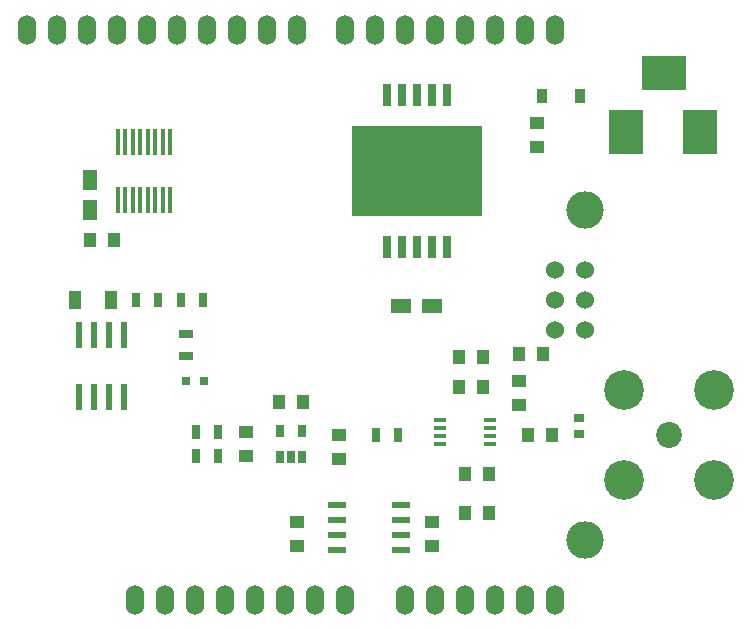
<source format=gbr>
G04 #@! TF.FileFunction,Soldermask,Top*
%FSLAX46Y46*%
G04 Gerber Fmt 4.6, Leading zero omitted, Abs format (unit mm)*
G04 Created by KiCad (PCBNEW 4.80~20160915-) date Sat Nov  5 18:07:46 2016*
%MOMM*%
%LPD*%
G01*
G04 APERTURE LIST*
%ADD10C,0.100000*%
%ADD11C,1.524000*%
%ADD12O,1.524000X2.540000*%
%ADD13C,3.175000*%
%ADD14R,1.250000X1.000000*%
%ADD15R,0.419100X2.200000*%
%ADD16R,1.800000X1.230000*%
%ADD17R,1.000000X1.250000*%
%ADD18R,1.230000X1.800000*%
%ADD19R,3.000000X3.700000*%
%ADD20R,3.700000X3.000000*%
%ADD21R,0.910000X1.220000*%
%ADD22R,0.899160X0.698500*%
%ADD23C,2.190000*%
%ADD24C,3.360000*%
%ADD25R,0.797560X1.198880*%
%ADD26R,11.000000X7.600000*%
%ADD27R,0.730000X1.950000*%
%ADD28R,1.100000X0.400000*%
%ADD29R,0.599440X2.199640*%
%ADD30R,0.800000X0.750000*%
%ADD31R,1.000000X1.600000*%
%ADD32R,1.300000X0.700000*%
%ADD33R,0.700000X1.300000*%
%ADD34R,1.550000X0.600000*%
%ADD35R,0.650000X1.060000*%
G04 APERTURE END LIST*
D10*
D11*
X168910000Y-101346000D03*
X166370000Y-101346000D03*
X168910000Y-98806000D03*
X166370000Y-98806000D03*
X168910000Y-96266000D03*
X166370000Y-96266000D03*
D12*
X130810000Y-124206000D03*
X133350000Y-124206000D03*
X121666000Y-75946000D03*
X124206000Y-75946000D03*
D13*
X168910000Y-91186000D03*
X168910000Y-119126000D03*
D12*
X140970000Y-124206000D03*
X126746000Y-75946000D03*
X129286000Y-75946000D03*
X131826000Y-75946000D03*
X134366000Y-75946000D03*
X136906000Y-75946000D03*
X139446000Y-75946000D03*
X141986000Y-75946000D03*
X144526000Y-75946000D03*
X148590000Y-75946000D03*
X151130000Y-75946000D03*
X153670000Y-75946000D03*
X156210000Y-75946000D03*
X158750000Y-75946000D03*
X161290000Y-75946000D03*
X163830000Y-75946000D03*
X166370000Y-75946000D03*
X135890000Y-124206000D03*
X138430000Y-124206000D03*
X143510000Y-124206000D03*
X146050000Y-124206000D03*
X148590000Y-124206000D03*
X158750000Y-124206000D03*
X156210000Y-124206000D03*
X153670000Y-124206000D03*
X161290000Y-124206000D03*
X163830000Y-124206000D03*
X166370000Y-124206000D03*
D14*
X163322000Y-105680000D03*
X163322000Y-107680000D03*
D15*
X133794500Y-90360500D03*
X133794500Y-85407500D03*
X133159500Y-90360500D03*
X133159500Y-85407500D03*
X132524500Y-90360500D03*
X132524500Y-85407500D03*
X131889500Y-90360500D03*
X131889500Y-85407500D03*
X131254500Y-90360500D03*
X131254500Y-85407500D03*
X130619500Y-90360500D03*
X130619500Y-85407500D03*
X129984500Y-90360500D03*
X129984500Y-85407500D03*
X129349500Y-90360500D03*
X129349500Y-85407500D03*
D14*
X164846000Y-85836000D03*
X164846000Y-83836000D03*
D16*
X153376000Y-99314000D03*
X155996000Y-99314000D03*
D17*
X163338000Y-103378000D03*
X165338000Y-103378000D03*
X166100000Y-110236000D03*
X164100000Y-110236000D03*
X160258000Y-103632000D03*
X158258000Y-103632000D03*
X160258000Y-106172000D03*
X158258000Y-106172000D03*
X160766000Y-116840000D03*
X158766000Y-116840000D03*
X160766000Y-113538000D03*
X158766000Y-113538000D03*
X127016000Y-93726000D03*
X129016000Y-93726000D03*
D18*
X127000000Y-91226000D03*
X127000000Y-88606000D03*
D19*
X172382000Y-84582000D03*
D20*
X175582000Y-79582000D03*
D19*
X178682000Y-84582000D03*
D21*
X168513000Y-81534000D03*
X165243000Y-81534000D03*
D22*
X168402000Y-110121700D03*
X168402000Y-108826300D03*
D23*
X176022000Y-110236000D03*
D24*
X172212000Y-106426000D03*
X179832000Y-106426000D03*
X179832000Y-114046000D03*
X172212000Y-114046000D03*
D25*
X153045160Y-110236000D03*
X151246840Y-110236000D03*
X137805160Y-112014000D03*
X136006840Y-112014000D03*
X137805160Y-109982000D03*
X136006840Y-109982000D03*
D26*
X154686000Y-87884000D03*
D27*
X152146000Y-81409000D03*
X152146000Y-94359000D03*
X153416000Y-81409000D03*
X153416000Y-94359000D03*
X154686000Y-81409000D03*
X154686000Y-94359000D03*
X155956000Y-81409000D03*
X155956000Y-94359000D03*
X157226000Y-81409000D03*
X157226000Y-94359000D03*
D28*
X156600000Y-110957000D03*
X156600000Y-110307000D03*
X156600000Y-109657000D03*
X156600000Y-109007000D03*
X160900000Y-109007000D03*
X160900000Y-109657000D03*
X160900000Y-110307000D03*
X160900000Y-110957000D03*
D29*
X129921000Y-101795580D03*
X128651000Y-101795580D03*
X126111000Y-101795580D03*
X129921000Y-106992420D03*
X128651000Y-106992420D03*
X126111000Y-106992420D03*
X127381000Y-101795580D03*
X127381000Y-106992420D03*
D14*
X144526000Y-117618000D03*
X144526000Y-119618000D03*
X155956000Y-119618000D03*
X155956000Y-117618000D03*
X148082000Y-112252000D03*
X148082000Y-110252000D03*
D17*
X145018000Y-107442000D03*
X143018000Y-107442000D03*
D14*
X140208000Y-111998000D03*
X140208000Y-109998000D03*
D30*
X136640000Y-105664000D03*
X135140000Y-105664000D03*
D31*
X125754000Y-98806000D03*
X128754000Y-98806000D03*
D32*
X135128000Y-103566000D03*
X135128000Y-101666000D03*
D33*
X132776000Y-98806000D03*
X130876000Y-98806000D03*
X134686000Y-98806000D03*
X136586000Y-98806000D03*
D34*
X147922000Y-120015000D03*
X147922000Y-118745000D03*
X147922000Y-117475000D03*
X147922000Y-116205000D03*
X153322000Y-116205000D03*
X153322000Y-117475000D03*
X153322000Y-118745000D03*
X153322000Y-120015000D03*
D35*
X143068000Y-109898000D03*
X144968000Y-109898000D03*
X144968000Y-112098000D03*
X144018000Y-112098000D03*
X143068000Y-112098000D03*
M02*

</source>
